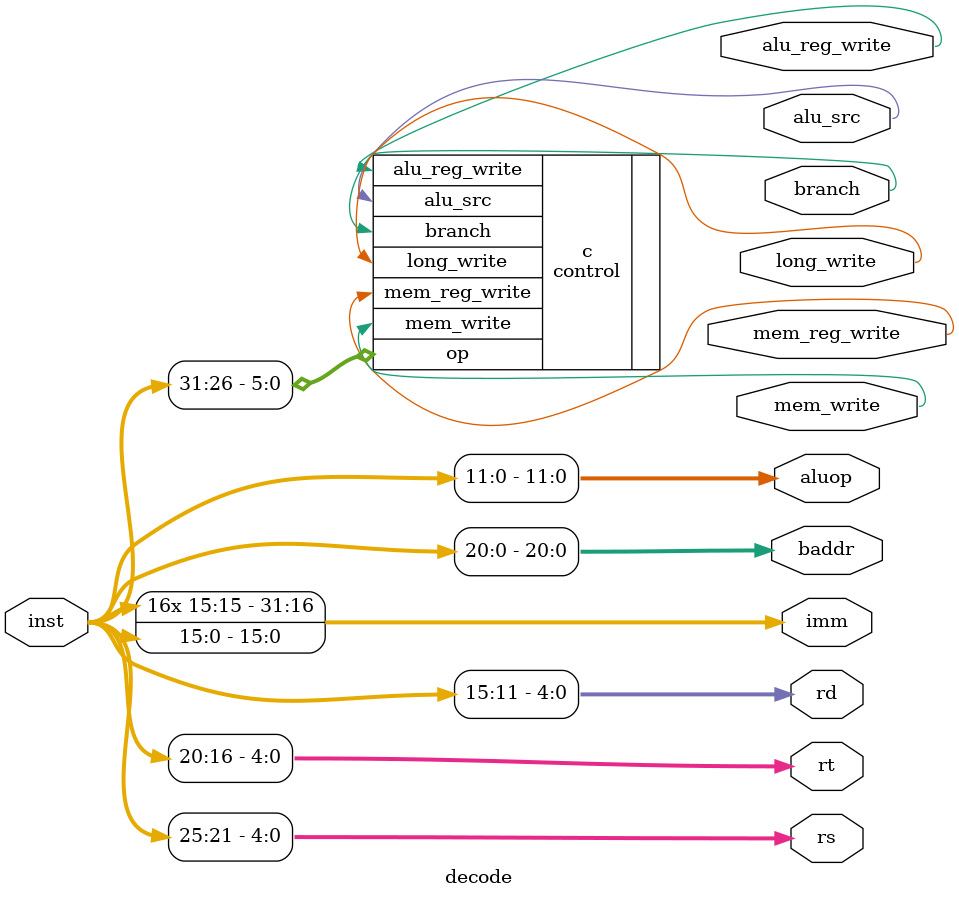
<source format=v>
module decode(
	input [31:0] inst,
	output mem_write,
	output alu_src,
	output alu_reg_write,
	output mem_reg_write,
	output long_write,
	output branch,
	output[4:0] rs,
	output[4:0] rt,
	output[4:0] rd,
	output[31:0] imm,
	output[20:0] baddr,
	output[11:0] aluop
);

control c(
	.op(inst[31:26]),
	.mem_write(mem_write),
	.alu_src(alu_src),
	.alu_reg_write(alu_reg_write),
	.mem_reg_write(mem_reg_write),
	.long_write(long_write),
	.branch(branch)
);

assign rs = inst[25:21];
assign rt = inst[20:16];
assign rd = inst[15:11];
assign aluop = inst[11:0];
assign baddr = inst[20:0];
assign imm = { {16{inst[15]}}, inst[15:0] };

endmodule
</source>
